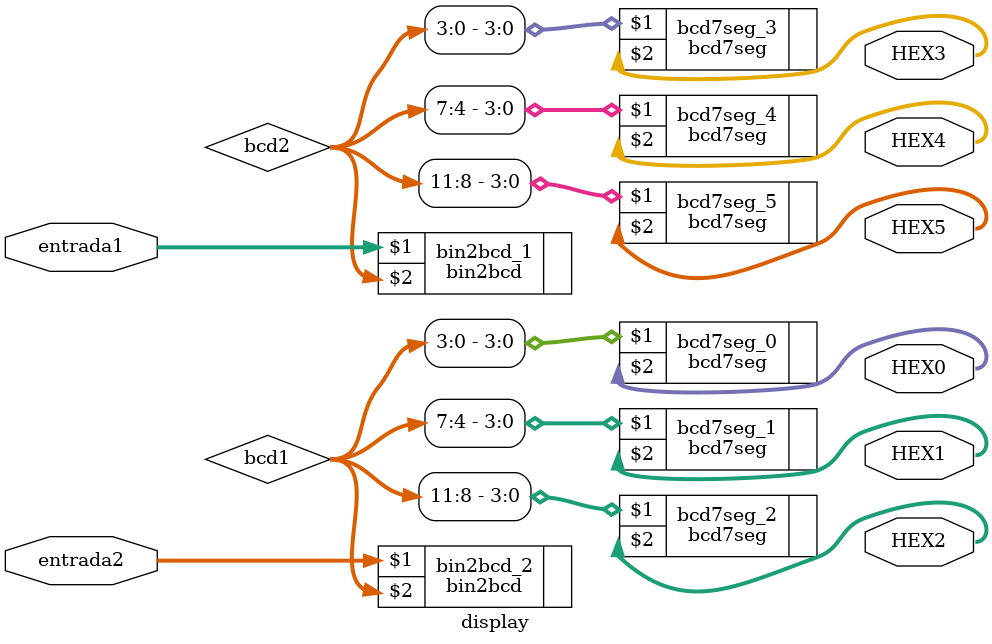
<source format=v>
module display(
  input [17:0] entrada1, entrada2,
  output [6:0] HEX0, HEX1, HEX2, HEX3, HEX4, HEX5
);

wire [22:0] bcd1;
wire [22:0] bcd2;

bin2bcd bin2bcd_1(entrada1, bcd2);
bin2bcd bin2bcd_2(entrada2, bcd1);

bcd7seg bcd7seg_0 (bcd1[3:0], HEX0);
bcd7seg bcd7seg_1 (bcd1[7:4], HEX1);
bcd7seg bcd7seg_2 (bcd1[11:8], HEX2);

bcd7seg bcd7seg_3 (bcd2[3:0], HEX3);
bcd7seg bcd7seg_4 (bcd2[7:4], HEX4);
bcd7seg bcd7seg_5 (bcd2[11:8], HEX5);

endmodule
</source>
